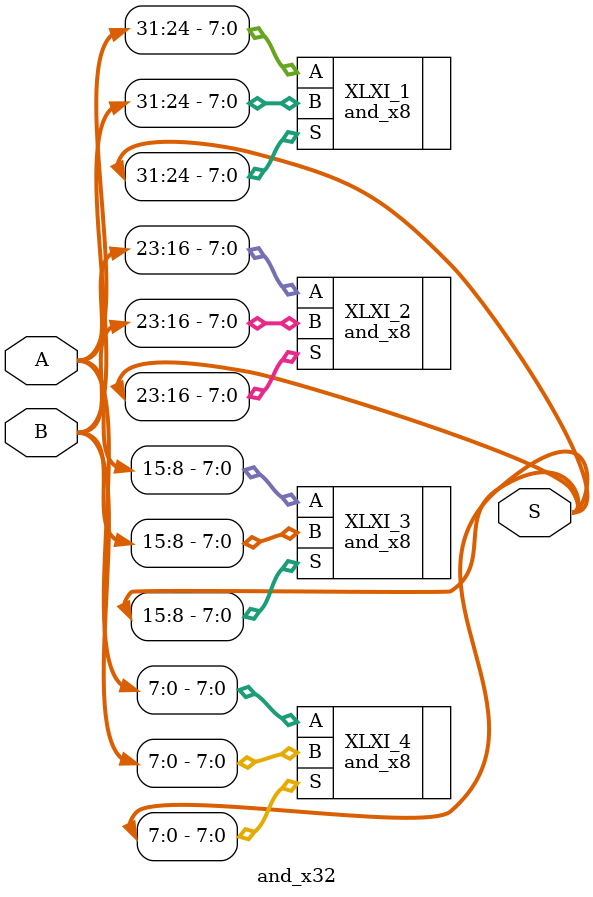
<source format=v>
`timescale 1ns / 1ps

module and_x32(A, 
               B, 
               S);

    input [31:0] A;
    input [31:0] B;
   output [31:0] S;
   
   
   and_x8 XLXI_1 (.A(A[31:24]), 
                  .B(B[31:24]), 
                  .S(S[31:24]));
   and_x8 XLXI_2 (.A(A[23:16]), 
                  .B(B[23:16]), 
                  .S(S[23:16]));
   and_x8 XLXI_3 (.A(A[15:8]), 
                  .B(B[15:8]), 
                  .S(S[15:8]));
   and_x8 XLXI_4 (.A(A[7:0]), 
                  .B(B[7:0]), 
                  .S(S[7:0]));
endmodule

</source>
